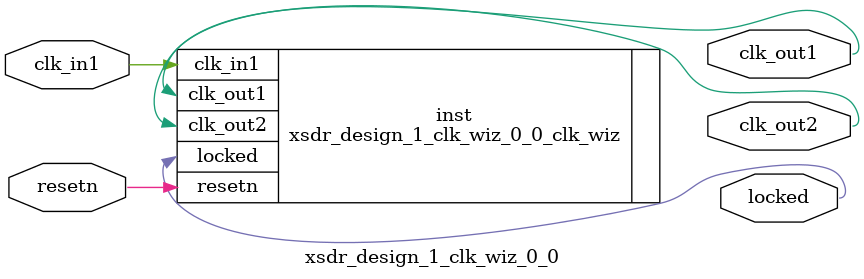
<source format=v>


`timescale 1ps/1ps

(* CORE_GENERATION_INFO = "xsdr_design_1_clk_wiz_0_0,clk_wiz_v6_0_2_0_0,{component_name=xsdr_design_1_clk_wiz_0_0,use_phase_alignment=true,use_min_o_jitter=false,use_max_i_jitter=false,use_dyn_phase_shift=false,use_inclk_switchover=false,use_dyn_reconfig=false,enable_axi=0,feedback_source=FDBK_AUTO,PRIMITIVE=MMCM,num_out_clk=2,clkin1_period=20.000,clkin2_period=10.0,use_power_down=false,use_reset=true,use_locked=true,use_inclk_stopped=false,feedback_type=SINGLE,CLOCK_MGR_TYPE=NA,manual_override=false}" *)

module xsdr_design_1_clk_wiz_0_0 
 (
  // Clock out ports
  output        clk_out1,
  output        clk_out2,
  // Status and control signals
  input         resetn,
  output        locked,
 // Clock in ports
  input         clk_in1
 );

  xsdr_design_1_clk_wiz_0_0_clk_wiz inst
  (
  // Clock out ports  
  .clk_out1(clk_out1),
  .clk_out2(clk_out2),
  // Status and control signals               
  .resetn(resetn), 
  .locked(locked),
 // Clock in ports
  .clk_in1(clk_in1)
  );

endmodule

</source>
